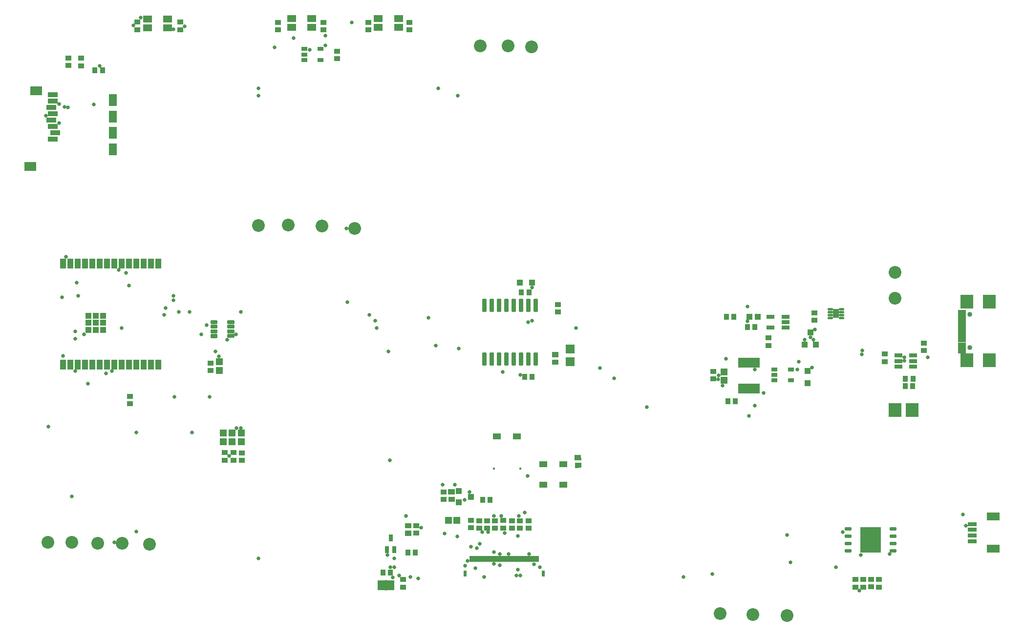
<source format=gbr>
G04 EAGLE Gerber RS-274X export*
G75*
%MOMM*%
%FSLAX34Y34*%
%LPD*%
%INSoldermask Top*%
%IPPOS*%
%AMOC8*
5,1,8,0,0,1.08239X$1,22.5*%
G01*
G04 Define Apertures*
%ADD10R,1.403200X0.803200*%
%ADD11R,1.103200X1.003200*%
%ADD12R,1.353200X0.503200*%
%ADD13R,2.203200X2.383200*%
%ADD14C,0.853200*%
%ADD15R,3.803200X1.703200*%
%ADD16R,0.903200X1.103200*%
%ADD17R,1.103200X0.903200*%
%ADD18R,1.103200X0.803200*%
%ADD19R,2.203200X2.403200*%
%ADD20R,1.403200X2.003200*%
%ADD21R,2.103200X1.603200*%
%ADD22R,1.703200X0.903200*%
%ADD23R,0.152400X1.828800*%
%ADD24R,1.371600X1.803400*%
%ADD25R,1.353200X1.003200*%
%ADD26R,0.703200X1.253200*%
%ADD27R,1.403200X0.753200*%
%ADD28R,0.330200X0.330200*%
%ADD29R,1.003200X1.003200*%
%ADD30R,1.103200X1.703200*%
%ADD31R,0.503200X1.003200*%
%ADD32R,0.603200X1.003200*%
%ADD33R,1.003200X1.103200*%
%ADD34C,0.330503*%
%ADD35R,1.603200X1.253200*%
%ADD36C,0.269722*%
%ADD37R,1.103200X1.503200*%
%ADD38C,0.349006*%
%ADD39C,2.203200*%
%ADD40R,2.203200X1.403200*%
%ADD41R,1.553200X0.803200*%
%ADD42R,1.143200X1.173200*%
%ADD43R,1.173200X1.143200*%
%ADD44C,0.315166*%
%ADD45R,3.603200X4.503200*%
%ADD46R,1.603200X1.603200*%
%ADD47C,0.655600*%
D10*
X1422800Y545200D03*
X1422800Y535700D03*
X1422800Y526200D03*
X1447800Y526200D03*
X1447800Y535700D03*
X1447800Y545200D03*
D11*
X1264800Y497400D03*
X1264800Y518400D03*
D12*
X1532960Y551400D03*
X1532860Y560100D03*
X1532960Y575600D03*
X1532960Y585600D03*
X1532960Y590600D03*
X1532960Y600600D03*
X1532960Y613600D03*
X1532960Y621600D03*
X1532960Y618600D03*
X1532960Y610600D03*
X1532960Y605600D03*
X1532960Y595600D03*
X1532960Y580600D03*
X1532960Y570600D03*
X1532960Y565400D03*
X1532960Y554500D03*
D13*
X1580210Y536900D03*
X1580210Y639100D03*
X1540910Y536900D03*
X1540910Y639100D03*
D14*
X1545910Y559100D03*
X1545910Y616900D03*
D11*
X660700Y309800D03*
X660700Y290800D03*
X681700Y300300D03*
D15*
X1163600Y487824D03*
X1163600Y532824D03*
D16*
X1434400Y492300D03*
X1447400Y492300D03*
X1434600Y505000D03*
X1447600Y505000D03*
X701700Y295100D03*
X714700Y295100D03*
G36*
X653319Y300225D02*
X653334Y291194D01*
X642303Y291175D01*
X642288Y300206D01*
X653319Y300225D01*
G37*
G36*
X653297Y313225D02*
X653312Y304194D01*
X642281Y304175D01*
X642266Y313206D01*
X653297Y313225D01*
G37*
D17*
X634500Y295900D03*
X634500Y308900D03*
D18*
X1207800Y521300D03*
X1207800Y511800D03*
X1207800Y502300D03*
X1235800Y502300D03*
X1235800Y521300D03*
D19*
X1416400Y450500D03*
X1446400Y450500D03*
D20*
X60740Y903000D03*
X60740Y960000D03*
D21*
X-81760Y873000D03*
X-71760Y1004500D03*
D22*
X-43260Y921000D03*
X-39260Y932000D03*
X-43260Y943000D03*
X-45260Y954000D03*
X-43260Y965000D03*
X-45260Y976000D03*
X-43260Y987000D03*
X-43260Y998000D03*
D20*
X60740Y931500D03*
X60740Y988500D03*
D16*
X30100Y1039700D03*
X43100Y1039700D03*
D23*
X534400Y146400D03*
D24*
X526780Y146400D03*
X542020Y146400D03*
D17*
X563900Y143800D03*
X563900Y156800D03*
X6100Y1048000D03*
X6100Y1061000D03*
D16*
G36*
X872639Y359583D02*
X872749Y350552D01*
X861719Y350417D01*
X861609Y359448D01*
X872639Y359583D01*
G37*
G36*
X872481Y372583D02*
X872591Y363552D01*
X861561Y363417D01*
X861451Y372448D01*
X872481Y372583D01*
G37*
D25*
X806700Y357100D03*
X841700Y357100D03*
X806700Y321300D03*
X841700Y321300D03*
X726200Y405100D03*
X761200Y405100D03*
D16*
X572100Y203600D03*
X585100Y203600D03*
D26*
X536100Y208300D03*
X549100Y208300D03*
X542600Y229300D03*
D16*
X529100Y169200D03*
X542100Y169200D03*
D27*
X1226501Y593600D03*
X1226501Y603100D03*
X1226501Y612600D03*
X1200499Y612600D03*
X1200499Y593600D03*
D17*
X1197100Y562700D03*
X1197100Y575700D03*
D16*
X1124500Y612800D03*
X1137500Y612800D03*
D28*
X721640Y348800D03*
X767360Y348800D03*
D29*
X1178900Y612700D03*
X1163900Y612700D03*
D16*
X1160600Y594900D03*
X1173600Y594900D03*
X1127100Y466000D03*
X1140100Y466000D03*
D30*
X-25640Y529580D03*
X-12940Y529580D03*
X-240Y529580D03*
X12460Y529580D03*
X25160Y529580D03*
X37860Y529580D03*
X50560Y529580D03*
X63260Y529580D03*
X75960Y529580D03*
X88660Y529580D03*
X101360Y529580D03*
X114060Y529580D03*
X126760Y529580D03*
X139460Y529580D03*
X139460Y704580D03*
X126760Y704580D03*
X114060Y704580D03*
X101360Y704580D03*
X88660Y704580D03*
X75960Y704580D03*
X63260Y704580D03*
X50560Y704580D03*
X37860Y704580D03*
X25160Y704580D03*
X12460Y704580D03*
X-240Y704580D03*
X-12940Y704580D03*
X-25640Y704580D03*
D29*
X31560Y602030D03*
X19060Y589530D03*
X19060Y602030D03*
X19060Y614530D03*
X31560Y589530D03*
X31560Y614530D03*
X44060Y589530D03*
X44060Y602030D03*
X44060Y614530D03*
D17*
X90700Y461600D03*
X90700Y474600D03*
D31*
X796700Y192200D03*
X791700Y192200D03*
X786700Y192200D03*
X781700Y192200D03*
X776700Y192200D03*
X771700Y192200D03*
X766700Y192200D03*
X761700Y192200D03*
X756700Y192200D03*
X751700Y192200D03*
X746700Y192200D03*
X741700Y192200D03*
X736700Y192200D03*
X731700Y192200D03*
X726700Y192200D03*
X721700Y192200D03*
X716700Y192200D03*
X711700Y192200D03*
X706700Y192200D03*
X701700Y192200D03*
X696700Y192200D03*
X691700Y192200D03*
X686700Y192200D03*
X681700Y192200D03*
D32*
X806700Y167200D03*
X671700Y167200D03*
D17*
X781600Y245500D03*
X781600Y258500D03*
X752700Y245900D03*
X752700Y258900D03*
X766600Y245800D03*
X766600Y258800D03*
X737700Y246100D03*
X737700Y259100D03*
X723000Y245600D03*
X723000Y258600D03*
X709300Y245800D03*
X709300Y258800D03*
X696100Y245900D03*
X696100Y258900D03*
X682000Y246300D03*
X682000Y259300D03*
D16*
G36*
X578329Y241654D02*
X578392Y232623D01*
X567361Y232546D01*
X567298Y241577D01*
X578329Y241654D01*
G37*
G36*
X578239Y254654D02*
X578302Y245623D01*
X567271Y245546D01*
X567208Y254577D01*
X578239Y254654D01*
G37*
D17*
X586600Y237200D03*
X586600Y250200D03*
D33*
X1260300Y564500D03*
X1279300Y564500D03*
X1269800Y585500D03*
D17*
X1276800Y606400D03*
X1276800Y619400D03*
D34*
X270024Y601436D02*
X261136Y601436D01*
X261136Y605164D01*
X270024Y605164D01*
X270024Y601436D01*
X270024Y604576D02*
X261136Y604576D01*
X261136Y593436D02*
X270024Y593436D01*
X261136Y593436D02*
X261136Y597164D01*
X270024Y597164D01*
X270024Y593436D01*
X270024Y596576D02*
X261136Y596576D01*
X261136Y585436D02*
X270024Y585436D01*
X261136Y585436D02*
X261136Y589164D01*
X270024Y589164D01*
X270024Y585436D01*
X270024Y588576D02*
X261136Y588576D01*
X261136Y577436D02*
X270024Y577436D01*
X261136Y577436D02*
X261136Y581164D01*
X270024Y581164D01*
X270024Y577436D01*
X270024Y580576D02*
X261136Y580576D01*
X240864Y577236D02*
X231976Y577236D01*
X231976Y580964D01*
X240864Y580964D01*
X240864Y577236D01*
X240864Y580376D02*
X231976Y580376D01*
X231976Y585436D02*
X240864Y585436D01*
X231976Y585436D02*
X231976Y589164D01*
X240864Y589164D01*
X240864Y585436D01*
X240864Y588576D02*
X231976Y588576D01*
X231976Y593436D02*
X240864Y593436D01*
X231976Y593436D02*
X231976Y597164D01*
X240864Y597164D01*
X240864Y593436D01*
X240864Y596576D02*
X231976Y596576D01*
X231976Y601436D02*
X240864Y601436D01*
X231976Y601436D02*
X231976Y605164D01*
X240864Y605164D01*
X240864Y601436D01*
X240864Y604576D02*
X231976Y604576D01*
D17*
X230300Y519400D03*
X230300Y532400D03*
X255100Y363800D03*
X255100Y376800D03*
X270200Y376700D03*
X270200Y363700D03*
X284300Y363500D03*
X284300Y376500D03*
D18*
X393300Y1077000D03*
X393300Y1067500D03*
X393300Y1058000D03*
X421300Y1058000D03*
X421300Y1077000D03*
D17*
X450000Y1060400D03*
X450000Y1073400D03*
X103600Y1110578D03*
X103600Y1123578D03*
D35*
X155799Y1128936D03*
X120799Y1128936D03*
X120799Y1113936D03*
X155799Y1113936D03*
D17*
X177890Y1110508D03*
X177890Y1123508D03*
D35*
X556200Y1129552D03*
X521200Y1129552D03*
X521200Y1114552D03*
X556200Y1114552D03*
D17*
X574694Y1110127D03*
X574694Y1123127D03*
X504196Y1110194D03*
X504196Y1123194D03*
D35*
X406000Y1129696D03*
X371000Y1129696D03*
X371000Y1114696D03*
X406000Y1114696D03*
D17*
X425684Y1110270D03*
X425684Y1123270D03*
X347087Y1110345D03*
X347087Y1123345D03*
D36*
X1320282Y611818D02*
X1327218Y611818D01*
X1327218Y609782D01*
X1320282Y609782D01*
X1320282Y611818D01*
X1320282Y616818D02*
X1327218Y616818D01*
X1327218Y614782D01*
X1320282Y614782D01*
X1320282Y616818D01*
X1320282Y621818D02*
X1327218Y621818D01*
X1327218Y619782D01*
X1320282Y619782D01*
X1320282Y621818D01*
X1320282Y626818D02*
X1327218Y626818D01*
X1327218Y624782D01*
X1320282Y624782D01*
X1320282Y626818D01*
X1307518Y626818D02*
X1300582Y626818D01*
X1307518Y626818D02*
X1307518Y624782D01*
X1300582Y624782D01*
X1300582Y626818D01*
X1300582Y621818D02*
X1307518Y621818D01*
X1307518Y619782D01*
X1300582Y619782D01*
X1300582Y621818D01*
X1300582Y616818D02*
X1307518Y616818D01*
X1307518Y614782D01*
X1300582Y614782D01*
X1300582Y616818D01*
X1300582Y611818D02*
X1307518Y611818D01*
X1307518Y609782D01*
X1300582Y609782D01*
X1300582Y611818D01*
D37*
X1313900Y618300D03*
D38*
X791929Y622729D02*
X791929Y641771D01*
X796371Y641771D01*
X796371Y622729D01*
X791929Y622729D01*
X791929Y626044D02*
X796371Y626044D01*
X796371Y629359D02*
X791929Y629359D01*
X791929Y632674D02*
X796371Y632674D01*
X796371Y635989D02*
X791929Y635989D01*
X791929Y639304D02*
X796371Y639304D01*
X779229Y641771D02*
X779229Y622729D01*
X779229Y641771D02*
X783671Y641771D01*
X783671Y622729D01*
X779229Y622729D01*
X779229Y626044D02*
X783671Y626044D01*
X783671Y629359D02*
X779229Y629359D01*
X779229Y632674D02*
X783671Y632674D01*
X783671Y635989D02*
X779229Y635989D01*
X779229Y639304D02*
X783671Y639304D01*
X766529Y641771D02*
X766529Y622729D01*
X766529Y641771D02*
X770971Y641771D01*
X770971Y622729D01*
X766529Y622729D01*
X766529Y626044D02*
X770971Y626044D01*
X770971Y629359D02*
X766529Y629359D01*
X766529Y632674D02*
X770971Y632674D01*
X770971Y635989D02*
X766529Y635989D01*
X766529Y639304D02*
X770971Y639304D01*
X753829Y641771D02*
X753829Y622729D01*
X753829Y641771D02*
X758271Y641771D01*
X758271Y622729D01*
X753829Y622729D01*
X753829Y626044D02*
X758271Y626044D01*
X758271Y629359D02*
X753829Y629359D01*
X753829Y632674D02*
X758271Y632674D01*
X758271Y635989D02*
X753829Y635989D01*
X753829Y639304D02*
X758271Y639304D01*
X741129Y641771D02*
X741129Y622729D01*
X741129Y641771D02*
X745571Y641771D01*
X745571Y622729D01*
X741129Y622729D01*
X741129Y626044D02*
X745571Y626044D01*
X745571Y629359D02*
X741129Y629359D01*
X741129Y632674D02*
X745571Y632674D01*
X745571Y635989D02*
X741129Y635989D01*
X741129Y639304D02*
X745571Y639304D01*
X728429Y641771D02*
X728429Y622729D01*
X728429Y641771D02*
X732871Y641771D01*
X732871Y622729D01*
X728429Y622729D01*
X728429Y626044D02*
X732871Y626044D01*
X732871Y629359D02*
X728429Y629359D01*
X728429Y632674D02*
X732871Y632674D01*
X732871Y635989D02*
X728429Y635989D01*
X728429Y639304D02*
X732871Y639304D01*
X715729Y641771D02*
X715729Y622729D01*
X715729Y641771D02*
X720171Y641771D01*
X720171Y622729D01*
X715729Y622729D01*
X715729Y626044D02*
X720171Y626044D01*
X720171Y629359D02*
X715729Y629359D01*
X715729Y632674D02*
X720171Y632674D01*
X720171Y635989D02*
X715729Y635989D01*
X715729Y639304D02*
X720171Y639304D01*
X703029Y641771D02*
X703029Y622729D01*
X703029Y641771D02*
X707471Y641771D01*
X707471Y622729D01*
X703029Y622729D01*
X703029Y626044D02*
X707471Y626044D01*
X707471Y629359D02*
X703029Y629359D01*
X703029Y632674D02*
X707471Y632674D01*
X707471Y635989D02*
X703029Y635989D01*
X703029Y639304D02*
X707471Y639304D01*
X703029Y548671D02*
X703029Y529629D01*
X703029Y548671D02*
X707471Y548671D01*
X707471Y529629D01*
X703029Y529629D01*
X703029Y532944D02*
X707471Y532944D01*
X707471Y536259D02*
X703029Y536259D01*
X703029Y539574D02*
X707471Y539574D01*
X707471Y542889D02*
X703029Y542889D01*
X703029Y546204D02*
X707471Y546204D01*
X715729Y548671D02*
X715729Y529629D01*
X715729Y548671D02*
X720171Y548671D01*
X720171Y529629D01*
X715729Y529629D01*
X715729Y532944D02*
X720171Y532944D01*
X720171Y536259D02*
X715729Y536259D01*
X715729Y539574D02*
X720171Y539574D01*
X720171Y542889D02*
X715729Y542889D01*
X715729Y546204D02*
X720171Y546204D01*
X728429Y548671D02*
X728429Y529629D01*
X728429Y548671D02*
X732871Y548671D01*
X732871Y529629D01*
X728429Y529629D01*
X728429Y532944D02*
X732871Y532944D01*
X732871Y536259D02*
X728429Y536259D01*
X728429Y539574D02*
X732871Y539574D01*
X732871Y542889D02*
X728429Y542889D01*
X728429Y546204D02*
X732871Y546204D01*
X741129Y548671D02*
X741129Y529629D01*
X741129Y548671D02*
X745571Y548671D01*
X745571Y529629D01*
X741129Y529629D01*
X741129Y532944D02*
X745571Y532944D01*
X745571Y536259D02*
X741129Y536259D01*
X741129Y539574D02*
X745571Y539574D01*
X745571Y542889D02*
X741129Y542889D01*
X741129Y546204D02*
X745571Y546204D01*
X753829Y548671D02*
X753829Y529629D01*
X753829Y548671D02*
X758271Y548671D01*
X758271Y529629D01*
X753829Y529629D01*
X753829Y532944D02*
X758271Y532944D01*
X758271Y536259D02*
X753829Y536259D01*
X753829Y539574D02*
X758271Y539574D01*
X758271Y542889D02*
X753829Y542889D01*
X753829Y546204D02*
X758271Y546204D01*
X766529Y548671D02*
X766529Y529629D01*
X766529Y548671D02*
X770971Y548671D01*
X770971Y529629D01*
X766529Y529629D01*
X766529Y532944D02*
X770971Y532944D01*
X770971Y536259D02*
X766529Y536259D01*
X766529Y539574D02*
X770971Y539574D01*
X770971Y542889D02*
X766529Y542889D01*
X766529Y546204D02*
X770971Y546204D01*
X779229Y548671D02*
X779229Y529629D01*
X779229Y548671D02*
X783671Y548671D01*
X783671Y529629D01*
X779229Y529629D01*
X779229Y532944D02*
X783671Y532944D01*
X783671Y536259D02*
X779229Y536259D01*
X779229Y539574D02*
X783671Y539574D01*
X783671Y542889D02*
X779229Y542889D01*
X779229Y546204D02*
X783671Y546204D01*
X791929Y548671D02*
X791929Y529629D01*
X791929Y548671D02*
X796371Y548671D01*
X796371Y529629D01*
X791929Y529629D01*
X791929Y532944D02*
X796371Y532944D01*
X796371Y536259D02*
X791929Y536259D01*
X791929Y539574D02*
X796371Y539574D01*
X796371Y542889D02*
X791929Y542889D01*
X791929Y546204D02*
X796371Y546204D01*
D33*
X787300Y671600D03*
X766300Y671600D03*
D16*
G36*
X832991Y538248D02*
X832881Y529217D01*
X821851Y529352D01*
X821961Y538383D01*
X832991Y538248D01*
G37*
G36*
X833149Y551248D02*
X833039Y542217D01*
X822009Y542352D01*
X822119Y551383D01*
X833149Y551248D01*
G37*
X774900Y508200D03*
X787900Y508200D03*
D17*
X832300Y620900D03*
X832300Y633900D03*
D16*
X769000Y654400D03*
X782000Y654400D03*
D39*
X698000Y1082000D03*
X746300Y1082300D03*
X786628Y1080600D03*
X1416600Y689700D03*
X1416600Y644500D03*
X-51200Y221300D03*
X-10400Y221500D03*
X34500Y219800D03*
X77400Y220000D03*
X124200Y218200D03*
X1113500Y98000D03*
X1170600Y96200D03*
X1229800Y94400D03*
X313600Y770700D03*
X365000Y771500D03*
X423800Y769700D03*
X480100Y765500D03*
D40*
X1586840Y210000D03*
X1586840Y266000D03*
D41*
X1550090Y223000D03*
X1550090Y233000D03*
X1550090Y243000D03*
X1550090Y253000D03*
D42*
X245600Y519200D03*
X245600Y534200D03*
X252200Y395800D03*
X252200Y410800D03*
X267800Y395800D03*
X267800Y410800D03*
X283500Y395600D03*
X283500Y410600D03*
D43*
X642300Y259800D03*
X657300Y259800D03*
D42*
X1120000Y502200D03*
X1120000Y517200D03*
D17*
X1101900Y504700D03*
X1101900Y517700D03*
X-16300Y1048500D03*
X-16300Y1061500D03*
X1347900Y143700D03*
X1347900Y156700D03*
X1361500Y143800D03*
X1361500Y156800D03*
X1375200Y143900D03*
X1375200Y156900D03*
X1388650Y143698D03*
X1388650Y156698D03*
D44*
X1339690Y243010D02*
X1331410Y243010D01*
X1331410Y246290D01*
X1339690Y246290D01*
X1339690Y243010D01*
X1339690Y246004D02*
X1331410Y246004D01*
X1331410Y230310D02*
X1339690Y230310D01*
X1331410Y230310D02*
X1331410Y233590D01*
X1339690Y233590D01*
X1339690Y230310D01*
X1339690Y233304D02*
X1331410Y233304D01*
X1331410Y217610D02*
X1339690Y217610D01*
X1331410Y217610D02*
X1331410Y220890D01*
X1339690Y220890D01*
X1339690Y217610D01*
X1339690Y220604D02*
X1331410Y220604D01*
X1331410Y204910D02*
X1339690Y204910D01*
X1331410Y204910D02*
X1331410Y208190D01*
X1339690Y208190D01*
X1339690Y204910D01*
X1339690Y207904D02*
X1331410Y207904D01*
X1409310Y204910D02*
X1417590Y204910D01*
X1409310Y204910D02*
X1409310Y208190D01*
X1417590Y208190D01*
X1417590Y204910D01*
X1417590Y207904D02*
X1409310Y207904D01*
X1409310Y217610D02*
X1417590Y217610D01*
X1409310Y217610D02*
X1409310Y220890D01*
X1417590Y220890D01*
X1417590Y217610D01*
X1417590Y220604D02*
X1409310Y220604D01*
X1409310Y230310D02*
X1417590Y230310D01*
X1409310Y230310D02*
X1409310Y233590D01*
X1417590Y233590D01*
X1417590Y230310D01*
X1417590Y233304D02*
X1409310Y233304D01*
X1409310Y243010D02*
X1417590Y243010D01*
X1409310Y243010D02*
X1409310Y246290D01*
X1417590Y246290D01*
X1417590Y243010D01*
X1417590Y246004D02*
X1409310Y246004D01*
D45*
X1374500Y225600D03*
D46*
X853900Y556700D03*
X853900Y534700D03*
D17*
X1399000Y534900D03*
X1399000Y547900D03*
X1466600Y554000D03*
X1466600Y567000D03*
D47*
X429260Y1099820D03*
X429260Y1083310D03*
X-25400Y544830D03*
X11430Y581660D03*
X-22860Y976630D03*
X27940Y980440D03*
X185420Y1116330D03*
X734060Y266700D03*
X721360Y266700D03*
X671830Y180340D03*
X675640Y189230D03*
X223520Y598170D03*
X1272540Y524510D03*
X1275080Y572770D03*
X1432560Y542290D03*
X1173480Y520700D03*
X518160Y593090D03*
X670560Y294640D03*
X1173480Y458470D03*
X1432560Y535940D03*
X1188720Y480060D03*
X986790Y455930D03*
X736600Y516890D03*
X1473200Y542290D03*
X621030Y562610D03*
X679450Y308610D03*
X905510Y523240D03*
X1160780Y604520D03*
X1160780Y629920D03*
X474980Y1122680D03*
X402590Y1075690D03*
X17780Y496570D03*
X-3810Y518160D03*
X341630Y1079500D03*
X1270000Y576580D03*
X1247140Y520700D03*
X1123950Y539750D03*
X1163320Y440690D03*
X1111250Y510540D03*
X731520Y181610D03*
X1407160Y200660D03*
X-16510Y975360D03*
X-31750Y948690D03*
X198120Y411480D03*
X59690Y518160D03*
X-10160Y300990D03*
X-3810Y586740D03*
X590550Y158750D03*
X689610Y176530D03*
X275590Y419100D03*
X49530Y514350D03*
X-54610Y961390D03*
X-3810Y574040D03*
X63500Y220980D03*
X1235710Y186690D03*
X1109980Y504190D03*
X1325880Y238760D03*
X245110Y543560D03*
X76200Y593090D03*
X-31750Y981710D03*
X-20320Y716280D03*
X-50800Y421640D03*
X929640Y505460D03*
X660400Y557530D03*
X38100Y1047750D03*
X466090Y765810D03*
X721360Y184150D03*
X779780Y336550D03*
X1249680Y534670D03*
X1117600Y492760D03*
X632460Y321310D03*
X654050Y321310D03*
X791210Y182880D03*
X537210Y199390D03*
X704850Y161290D03*
X576580Y161290D03*
X548640Y193040D03*
X542290Y177800D03*
X101600Y411480D03*
X101600Y240030D03*
X731520Y200660D03*
X657860Y231140D03*
X1357630Y199390D03*
X746760Y200660D03*
X568960Y266700D03*
X1355090Y137160D03*
X1314450Y177800D03*
X228600Y473710D03*
X167640Y473710D03*
X283210Y419100D03*
X313690Y1008380D03*
X624840Y1008380D03*
X313690Y995680D03*
X659130Y995680D03*
X166370Y648970D03*
X194310Y621030D03*
X1259840Y572770D03*
X1277620Y590550D03*
X467360Y637540D03*
X608330Y610870D03*
X863600Y593090D03*
X1229360Y233680D03*
X1360170Y553720D03*
X1539240Y250190D03*
X262890Y370840D03*
X274320Y581660D03*
X88900Y666750D03*
X538480Y552450D03*
X767080Y511810D03*
X238760Y552450D03*
X259080Y572770D03*
X83820Y688340D03*
X175260Y621030D03*
X214630Y581660D03*
X1358900Y547370D03*
X1534160Y269240D03*
X781050Y603250D03*
X515620Y605790D03*
X767080Y163830D03*
X1099820Y166370D03*
X71120Y693420D03*
X283210Y621030D03*
X541020Y363220D03*
X774700Y273050D03*
X801370Y177800D03*
X760730Y163830D03*
X1050290Y161290D03*
X313690Y193040D03*
X546100Y160020D03*
X557530Y163830D03*
X763270Y173990D03*
X548640Y177800D03*
X-1270Y671830D03*
X-26670Y646430D03*
X149860Y615950D03*
X505460Y615950D03*
X152400Y627380D03*
X166370Y641350D03*
X96520Y1117600D03*
X109220Y1131570D03*
X166370Y1111250D03*
X374650Y1096010D03*
X1270Y648970D03*
X681990Y213360D03*
X740410Y237490D03*
X692150Y210820D03*
X764540Y266700D03*
X711200Y238760D03*
X701040Y238760D03*
X721360Y204470D03*
X697230Y218440D03*
X763270Y232410D03*
X595630Y246380D03*
X782320Y200660D03*
X636270Y236220D03*
X787400Y662940D03*
X787400Y605790D03*
M02*

</source>
